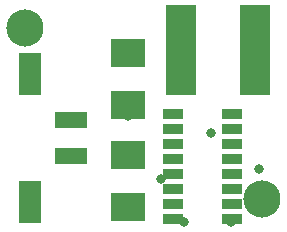
<source format=gts>
G04*
G04 #@! TF.GenerationSoftware,Altium Limited,Altium Designer,19.0.12 (326)*
G04*
G04 Layer_Color=8388736*
%FSLAX25Y25*%
%MOIN*%
G70*
G01*
G75*
%ADD11R,0.06509X0.03438*%
%ADD12R,0.07296X0.14304*%
%ADD13R,0.10800X0.05800*%
%ADD14R,0.11599X0.09300*%
%ADD15R,0.10249X0.30328*%
%ADD16C,0.12400*%
%ADD17C,0.03162*%
%ADD18C,0.05800*%
D11*
X98524Y77736D02*
D03*
Y72736D02*
D03*
Y67736D02*
D03*
Y62736D02*
D03*
Y57736D02*
D03*
Y52736D02*
D03*
Y47736D02*
D03*
Y42736D02*
D03*
X118012D02*
D03*
Y47736D02*
D03*
Y52736D02*
D03*
Y57736D02*
D03*
Y62736D02*
D03*
Y67736D02*
D03*
Y72736D02*
D03*
Y77736D02*
D03*
D12*
X50787Y48465D02*
D03*
Y90905D02*
D03*
D13*
X64291Y75591D02*
D03*
Y63779D02*
D03*
D14*
X83370Y46669D02*
D03*
Y64071D02*
D03*
Y98071D02*
D03*
Y80669D02*
D03*
D15*
X125591Y98819D02*
D03*
X101181D02*
D03*
D16*
X49213Y106299D02*
D03*
X127953Y49213D02*
D03*
D17*
X111024Y71260D02*
D03*
X127165Y59449D02*
D03*
X64173Y75734D02*
D03*
X125870Y99606D02*
D03*
X101968Y41732D02*
D03*
X94488Y55905D02*
D03*
X117716Y41732D02*
D03*
D18*
X83370Y78347D02*
D03*
M02*

</source>
